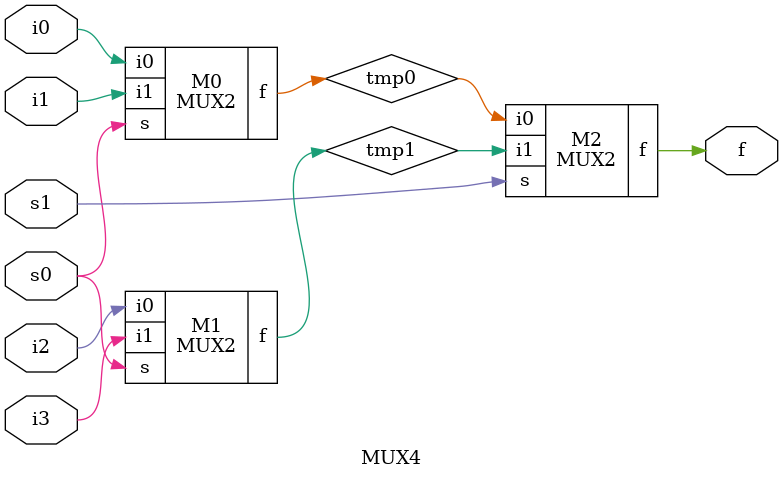
<source format=sv>
module MUX2(f,s,i0,i1);
input wire s,i0,i1;
output reg f;

 // Using gate level assignement
  wire sn, andout0, andout1;
  not (sn,s);
  and (andout0, sn,i0);
  and (andout1, s ,i1);
  or(f,andout0,andout1);

  
endmodule

module MUX4(f,s0,s1,i0,i1,i2,i3);

  input wire s0,s1,i0,i1,i2,i3;
  output reg f;
  
  wire tmp0,tmp1;

  MUX2 M0 (tmp0, s0,i0,i1);
  MUX2 M1 (tmp1, s0,i2,i3);
  MUX2 M2 (f, s1,tmp0,tmp1);
  
endmodule

</source>
